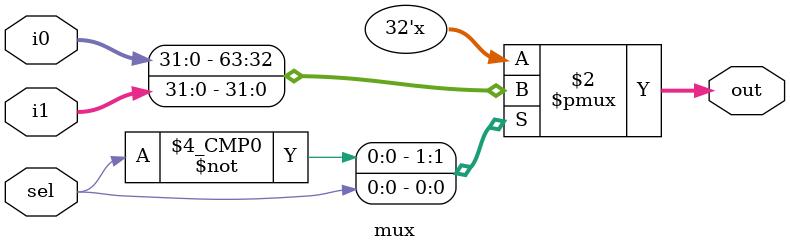
<source format=v>
module mux #(
    parameter WIDTH = 32
)(
    input  wire [WIDTH-1:0] i0, i1,
    input  wire             sel,
    output wire [WIDTH-1:0] out
);

always @(*) begin
    case (sel)
        1'b0: out = i0;
        1'b1: out = i1;
    endcase
end

/*
assign out = sel ? i1 : i0;
*/

/*
always @(*) begin
    if (sel)
        out = i1;
    else
        out = i0;
end
*/

endmodule
</source>
